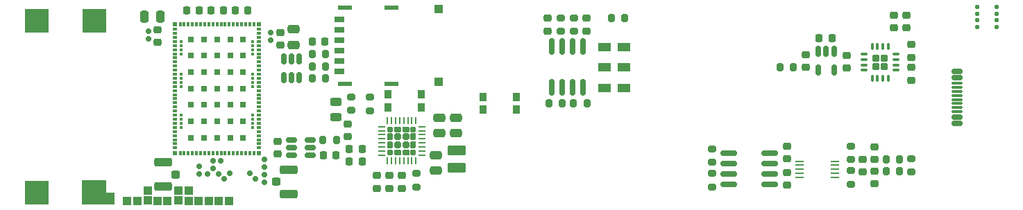
<source format=gbr>
%TF.GenerationSoftware,KiCad,Pcbnew,8.0.3*%
%TF.CreationDate,2025-03-20T13:05:17+01:00*%
%TF.ProjectId,Methanesense,4d657468-616e-4657-9365-6e73652e6b69,v2.0.0*%
%TF.SameCoordinates,Original*%
%TF.FileFunction,Paste,Top*%
%TF.FilePolarity,Positive*%
%FSLAX46Y46*%
G04 Gerber Fmt 4.6, Leading zero omitted, Abs format (unit mm)*
G04 Created by KiCad (PCBNEW 8.0.3) date 2025-03-20 13:05:17*
%MOMM*%
%LPD*%
G01*
G04 APERTURE LIST*
G04 Aperture macros list*
%AMRoundRect*
0 Rectangle with rounded corners*
0 $1 Rounding radius*
0 $2 $3 $4 $5 $6 $7 $8 $9 X,Y pos of 4 corners*
0 Add a 4 corners polygon primitive as box body*
4,1,4,$2,$3,$4,$5,$6,$7,$8,$9,$2,$3,0*
0 Add four circle primitives for the rounded corners*
1,1,$1+$1,$2,$3*
1,1,$1+$1,$4,$5*
1,1,$1+$1,$6,$7*
1,1,$1+$1,$8,$9*
0 Add four rect primitives between the rounded corners*
20,1,$1+$1,$2,$3,$4,$5,0*
20,1,$1+$1,$4,$5,$6,$7,0*
20,1,$1+$1,$6,$7,$8,$9,0*
20,1,$1+$1,$8,$9,$2,$3,0*%
%AMFreePoly0*
4,1,19,0.290204,0.301344,0.321117,0.247801,0.322490,0.232106,0.322490,-0.157228,0.301344,-0.215326,0.296017,-0.221139,0.221139,-0.296017,0.165105,-0.322146,0.157228,-0.322490,-0.232106,-0.322490,-0.290204,-0.301344,-0.321117,-0.247801,-0.322490,-0.232106,-0.322490,0.232106,-0.301344,0.290204,-0.247801,0.321117,-0.232106,0.322490,0.232106,0.322490,0.290204,0.301344,0.290204,0.301344,
$1*%
%AMFreePoly1*
4,1,21,0.231572,0.385173,0.236504,0.380653,0.300030,0.317127,0.322198,0.269587,0.322490,0.262904,0.322490,-0.262904,0.304550,-0.312195,0.300030,-0.317127,0.236504,-0.380653,0.188964,-0.402821,0.182281,-0.403113,-0.245807,-0.403113,-0.295098,-0.385173,-0.321325,-0.339746,-0.322490,-0.326430,-0.322490,0.326430,-0.304550,0.375721,-0.259123,0.401948,-0.245807,0.403113,0.182281,0.403113,
0.231572,0.385173,0.231572,0.385173,$1*%
%AMFreePoly2*
4,1,19,0.215326,0.301344,0.221139,0.296017,0.296017,0.221139,0.322146,0.165105,0.322490,0.157228,0.322490,-0.232106,0.301344,-0.290204,0.247801,-0.321117,0.232106,-0.322490,-0.232106,-0.322490,-0.290204,-0.301344,-0.321117,-0.247801,-0.322490,-0.232106,-0.322490,0.232106,-0.301344,0.290204,-0.247801,0.321117,-0.232106,0.322490,0.157228,0.322490,0.215326,0.301344,0.215326,0.301344,
$1*%
%AMFreePoly3*
4,1,21,0.375721,0.304550,0.401948,0.259123,0.403113,0.245807,0.403113,-0.182281,0.385173,-0.231572,0.380653,-0.236504,0.317127,-0.300030,0.269587,-0.322198,0.262904,-0.322490,-0.262904,-0.322490,-0.312195,-0.304550,-0.317127,-0.300030,-0.380653,-0.236504,-0.402821,-0.188964,-0.403113,-0.182281,-0.403113,0.245807,-0.385173,0.295098,-0.339746,0.321325,-0.326430,0.322490,0.326430,0.322490,
0.375721,0.304550,0.375721,0.304550,$1*%
%AMFreePoly4*
4,1,21,0.312195,0.304550,0.317127,0.300030,0.380653,0.236504,0.402821,0.188964,0.403113,0.182281,0.403113,-0.245807,0.385173,-0.295098,0.339746,-0.321325,0.326430,-0.322490,-0.326430,-0.322490,-0.375721,-0.304550,-0.401948,-0.259123,-0.403113,-0.245807,-0.403113,0.182281,-0.385173,0.231572,-0.380653,0.236504,-0.317127,0.300030,-0.269587,0.322198,-0.262904,0.322490,0.262904,0.322490,
0.312195,0.304550,0.312195,0.304550,$1*%
%AMFreePoly5*
4,1,19,0.290204,0.301344,0.321117,0.247801,0.322490,0.232106,0.322490,-0.232106,0.301344,-0.290204,0.247801,-0.321117,0.232106,-0.322490,-0.157228,-0.322490,-0.215326,-0.301344,-0.221139,-0.296017,-0.296017,-0.221139,-0.322146,-0.165105,-0.322490,-0.157228,-0.322490,0.232106,-0.301344,0.290204,-0.247801,0.321117,-0.232106,0.322490,0.232106,0.322490,0.290204,0.301344,0.290204,0.301344,
$1*%
%AMFreePoly6*
4,1,21,0.295098,0.385173,0.321325,0.339746,0.322490,0.326430,0.322490,-0.326430,0.304550,-0.375721,0.259123,-0.401948,0.245807,-0.403113,-0.182281,-0.403113,-0.231572,-0.385173,-0.236504,-0.380653,-0.300030,-0.317127,-0.322198,-0.269587,-0.322490,-0.262904,-0.322490,0.262904,-0.304550,0.312195,-0.300030,0.317127,-0.236504,0.380653,-0.188964,0.402821,-0.182281,0.403113,0.245807,0.403113,
0.295098,0.385173,0.295098,0.385173,$1*%
%AMFreePoly7*
4,1,19,0.290204,0.301344,0.321117,0.247801,0.322490,0.232106,0.322490,-0.232106,0.301344,-0.290204,0.247801,-0.321117,0.232106,-0.322490,-0.232106,-0.322490,-0.290204,-0.301344,-0.321117,-0.247801,-0.322490,-0.232106,-0.322490,0.157228,-0.301344,0.215326,-0.296017,0.221139,-0.221139,0.296017,-0.165105,0.322146,-0.157228,0.322490,0.232106,0.322490,0.290204,0.301344,0.290204,0.301344,
$1*%
G04 Aperture macros list end*
%ADD10C,0.000000*%
%ADD11RoundRect,0.200000X-0.200000X-0.275000X0.200000X-0.275000X0.200000X0.275000X-0.200000X0.275000X0*%
%ADD12RoundRect,0.155000X-0.219203X0.000000X0.000000X-0.219203X0.219203X0.000000X0.000000X0.219203X0*%
%ADD13RoundRect,0.200000X0.200000X0.275000X-0.200000X0.275000X-0.200000X-0.275000X0.200000X-0.275000X0*%
%ADD14RoundRect,0.150000X-0.825000X-0.150000X0.825000X-0.150000X0.825000X0.150000X-0.825000X0.150000X0*%
%ADD15RoundRect,0.225000X-0.250000X0.225000X-0.250000X-0.225000X0.250000X-0.225000X0.250000X0.225000X0*%
%ADD16RoundRect,0.125000X0.137500X-0.125000X0.137500X0.125000X-0.137500X0.125000X-0.137500X-0.125000X0*%
%ADD17RoundRect,0.225000X-0.225000X-0.250000X0.225000X-0.250000X0.225000X0.250000X-0.225000X0.250000X0*%
%ADD18RoundRect,0.225000X0.225000X0.250000X-0.225000X0.250000X-0.225000X-0.250000X0.225000X-0.250000X0*%
%ADD19R,1.600000X1.000000*%
%ADD20RoundRect,0.200000X0.275000X-0.200000X0.275000X0.200000X-0.275000X0.200000X-0.275000X-0.200000X0*%
%ADD21R,3.000000X3.000000*%
%ADD22R,2.950000X3.000000*%
%ADD23RoundRect,0.250000X0.250000X0.475000X-0.250000X0.475000X-0.250000X-0.475000X0.250000X-0.475000X0*%
%ADD24RoundRect,0.218750X-0.256250X0.218750X-0.256250X-0.218750X0.256250X-0.218750X0.256250X0.218750X0*%
%ADD25RoundRect,0.250000X-0.475000X0.250000X-0.475000X-0.250000X0.475000X-0.250000X0.475000X0.250000X0*%
%ADD26R,0.900000X1.000000*%
%ADD27RoundRect,0.200000X-0.275000X0.200000X-0.275000X-0.200000X0.275000X-0.200000X0.275000X0.200000X0*%
%ADD28RoundRect,0.250000X0.475000X-0.250000X0.475000X0.250000X-0.475000X0.250000X-0.475000X-0.250000X0*%
%ADD29RoundRect,0.250000X-0.275000X-0.250000X0.275000X-0.250000X0.275000X0.250000X-0.275000X0.250000X0*%
%ADD30RoundRect,0.250000X-0.850000X-0.275000X0.850000X-0.275000X0.850000X0.275000X-0.850000X0.275000X0*%
%ADD31RoundRect,0.212500X0.212500X-0.212500X0.212500X0.212500X-0.212500X0.212500X-0.212500X-0.212500X0*%
%ADD32RoundRect,0.075000X0.075000X-0.350000X0.075000X0.350000X-0.075000X0.350000X-0.075000X-0.350000X0*%
%ADD33RoundRect,0.075000X0.350000X-0.075000X0.350000X0.075000X-0.350000X0.075000X-0.350000X-0.075000X0*%
%ADD34RoundRect,0.155000X-0.155000X0.155000X-0.155000X-0.155000X0.155000X-0.155000X0.155000X0.155000X0*%
%ADD35RoundRect,0.225000X0.250000X-0.225000X0.250000X0.225000X-0.250000X0.225000X-0.250000X-0.225000X0*%
%ADD36RoundRect,0.150000X-0.150000X0.512500X-0.150000X-0.512500X0.150000X-0.512500X0.150000X0.512500X0*%
%ADD37RoundRect,0.150000X0.150000X-0.825000X0.150000X0.825000X-0.150000X0.825000X-0.150000X-0.825000X0*%
%ADD38RoundRect,0.243750X0.456250X-0.243750X0.456250X0.243750X-0.456250X0.243750X-0.456250X-0.243750X0*%
%ADD39R,1.000000X1.000000*%
%ADD40R,1.100000X0.250000*%
%ADD41R,1.300000X0.650000*%
%ADD42R,1.030000X1.000000*%
%ADD43R,1.800000X0.480000*%
%ADD44R,0.540000X0.540000*%
%ADD45R,0.300000X0.540000*%
%ADD46R,0.540000X0.300000*%
%ADD47R,0.800000X0.800000*%
%ADD48R,0.300000X0.300000*%
%ADD49RoundRect,0.218750X0.256250X-0.218750X0.256250X0.218750X-0.256250X0.218750X-0.256250X-0.218750X0*%
%ADD50RoundRect,0.150000X0.512500X0.150000X-0.512500X0.150000X-0.512500X-0.150000X0.512500X-0.150000X0*%
%ADD51RoundRect,0.250000X0.850000X0.275000X-0.850000X0.275000X-0.850000X-0.275000X0.850000X-0.275000X0*%
%ADD52RoundRect,0.250000X0.275000X0.250000X-0.275000X0.250000X-0.275000X-0.250000X0.275000X-0.250000X0*%
%ADD53RoundRect,0.155000X0.000000X0.219203X-0.219203X0.000000X0.000000X-0.219203X0.219203X0.000000X0*%
%ADD54RoundRect,0.155000X-0.155000X-0.155000X0.155000X-0.155000X0.155000X0.155000X-0.155000X0.155000X0*%
%ADD55RoundRect,0.155000X0.000000X-0.219203X0.219203X0.000000X0.000000X0.219203X-0.219203X0.000000X0*%
%ADD56FreePoly0,180.000000*%
%ADD57FreePoly1,180.000000*%
%ADD58FreePoly2,180.000000*%
%ADD59FreePoly3,180.000000*%
%ADD60RoundRect,0.201557X0.201556X0.201556X-0.201556X0.201556X-0.201556X-0.201556X0.201556X-0.201556X0*%
%ADD61FreePoly4,180.000000*%
%ADD62FreePoly5,180.000000*%
%ADD63FreePoly6,180.000000*%
%ADD64FreePoly7,180.000000*%
%ADD65RoundRect,0.062500X0.337500X0.062500X-0.337500X0.062500X-0.337500X-0.062500X0.337500X-0.062500X0*%
%ADD66RoundRect,0.062500X0.062500X0.337500X-0.062500X0.337500X-0.062500X-0.337500X0.062500X-0.337500X0*%
%ADD67RoundRect,0.150000X0.500000X-0.150000X0.500000X0.150000X-0.500000X0.150000X-0.500000X-0.150000X0*%
%ADD68RoundRect,0.075000X0.575000X-0.075000X0.575000X0.075000X-0.575000X0.075000X-0.575000X-0.075000X0*%
%ADD69RoundRect,0.155000X0.155000X-0.155000X0.155000X0.155000X-0.155000X0.155000X-0.155000X-0.155000X0*%
%ADD70RoundRect,0.250000X0.850000X-0.375000X0.850000X0.375000X-0.850000X0.375000X-0.850000X-0.375000X0*%
%ADD71RoundRect,0.150000X0.150000X-0.512500X0.150000X0.512500X-0.150000X0.512500X-0.150000X-0.512500X0*%
G04 APERTURE END LIST*
D10*
%TO.C,AE1*%
G36*
X40993262Y-73501014D02*
G01*
X41993262Y-73501014D01*
X41993262Y-75001014D01*
X37993262Y-75001014D01*
X37993262Y-72001014D01*
X40993262Y-72001014D01*
X40993262Y-73501014D01*
G37*
%TD*%
D11*
%TO.C,R24*%
X97980000Y-62575000D03*
X99630000Y-62575000D03*
%TD*%
D12*
%TO.C,C30*%
X58460589Y-71160589D03*
X59139411Y-71839411D03*
%TD*%
D13*
%TO.C,R19*%
X67740057Y-58078948D03*
X66090057Y-58078948D03*
%TD*%
%TO.C,R26*%
X104250000Y-52200000D03*
X102600000Y-52200000D03*
%TD*%
D14*
%TO.C,Q1*%
X116925000Y-68695000D03*
X116925000Y-69965000D03*
X116925000Y-71235000D03*
X116925000Y-72505000D03*
X121875000Y-72505000D03*
X121875000Y-71235000D03*
X121875000Y-69965000D03*
X121875000Y-68695000D03*
%TD*%
D15*
%TO.C,C34*%
X62250000Y-53975000D03*
X62250000Y-55525000D03*
%TD*%
D16*
%TO.C,U6*%
X147212500Y-53249460D03*
X147212500Y-52449460D03*
X147212500Y-51649460D03*
X147212500Y-50849460D03*
X149587500Y-50849460D03*
X149587500Y-51649460D03*
X149587500Y-52449460D03*
X149587500Y-53249460D03*
%TD*%
D17*
%TO.C,C23*%
X56725000Y-51300000D03*
X58275000Y-51300000D03*
%TD*%
D15*
%TO.C,C38*%
X138600000Y-51825000D03*
X138600000Y-53375000D03*
%TD*%
D18*
%TO.C,C8*%
X129517508Y-54616010D03*
X127967508Y-54616010D03*
%TD*%
D19*
%TO.C,SW4*%
X104171407Y-55705683D03*
X104171407Y-58205683D03*
X104171407Y-60705683D03*
X101771407Y-55705683D03*
X101771407Y-58205683D03*
X101771407Y-60705683D03*
%TD*%
D12*
%TO.C,C27*%
X54000000Y-70541531D03*
X54678822Y-71220353D03*
%TD*%
D20*
%TO.C,R8*%
X131853848Y-69502889D03*
X131853848Y-67852889D03*
%TD*%
D13*
%TO.C,R18*%
X67750781Y-56566905D03*
X66100781Y-56566905D03*
%TD*%
D21*
%TO.C,AE1*%
X32493262Y-73501014D03*
X32493262Y-52501014D03*
D22*
X39518262Y-52501014D03*
%TD*%
D15*
%TO.C,C3*%
X139200000Y-55425000D03*
X139200000Y-56975000D03*
%TD*%
D23*
%TO.C,C21*%
X47550000Y-52000000D03*
X45650000Y-52000000D03*
%TD*%
D24*
%TO.C,D10*%
X75515686Y-71412500D03*
X75515686Y-72987500D03*
%TD*%
%TO.C,D9*%
X74015686Y-71412500D03*
X74015686Y-72987500D03*
%TD*%
D20*
%TO.C,R9*%
X139200000Y-71000000D03*
X139200000Y-69350000D03*
%TD*%
D24*
%TO.C,D11*%
X77015686Y-71412500D03*
X77015686Y-72987500D03*
%TD*%
D25*
%TO.C,C22*%
X63839870Y-53550000D03*
X63839870Y-55450000D03*
%TD*%
D26*
%TO.C,SW1*%
X86950000Y-61800000D03*
X91050000Y-61800000D03*
X86950000Y-63400000D03*
X91050000Y-63400000D03*
%TD*%
D18*
%TO.C,C16*%
X72175000Y-68200000D03*
X70625000Y-68200000D03*
%TD*%
D27*
%TO.C,R22*%
X98000000Y-52175000D03*
X98000000Y-53825000D03*
%TD*%
D28*
%TO.C,C12*%
X81650883Y-66250000D03*
X81650883Y-64350000D03*
%TD*%
D29*
%TO.C,J4*%
X61750000Y-72200000D03*
D30*
X63275000Y-70725000D03*
X63275000Y-73675000D03*
%TD*%
D31*
%TO.C,U7*%
X134875000Y-58125000D03*
X135925000Y-58125000D03*
X134875000Y-57075000D03*
X135925000Y-57075000D03*
D32*
X134425000Y-59550000D03*
X135075000Y-59550000D03*
X135725000Y-59550000D03*
X136375000Y-59550000D03*
D33*
X137350000Y-58575000D03*
X137350000Y-57925000D03*
X137350000Y-57275000D03*
X137350000Y-56625000D03*
D32*
X136375000Y-55650000D03*
X135725000Y-55650000D03*
X135075000Y-55650000D03*
X134425000Y-55650000D03*
D33*
X133450000Y-56625000D03*
X133450000Y-57275000D03*
X133450000Y-57925000D03*
X133450000Y-58575000D03*
%TD*%
D20*
%TO.C,R7*%
X131853848Y-72502889D03*
X131853848Y-70852889D03*
%TD*%
D34*
%TO.C,C35*%
X61026703Y-53926959D03*
X61026703Y-54886959D03*
%TD*%
D35*
%TO.C,C17*%
X133269945Y-70976036D03*
X133269945Y-69426036D03*
%TD*%
D15*
%TO.C,C20*%
X124000000Y-71050000D03*
X124000000Y-72600000D03*
%TD*%
D36*
%TO.C,U4*%
X129750000Y-56262500D03*
X128800000Y-56262500D03*
X127850000Y-56262500D03*
X127850000Y-58537500D03*
X129750000Y-58537500D03*
%TD*%
D35*
%TO.C,C13*%
X134738938Y-72430498D03*
X134738938Y-70880498D03*
%TD*%
D27*
%TO.C,R10*%
X114925000Y-71175000D03*
X114925000Y-72825000D03*
%TD*%
D37*
%TO.C,Q2*%
X95295000Y-60650000D03*
X96565000Y-60650000D03*
X97835000Y-60650000D03*
X99105000Y-60650000D03*
X99105000Y-55700000D03*
X97835000Y-55700000D03*
X96565000Y-55700000D03*
X95295000Y-55700000D03*
%TD*%
D38*
%TO.C,F1*%
X69000000Y-64337500D03*
X69000000Y-62462500D03*
%TD*%
D35*
%TO.C,C7*%
X131340000Y-58315000D03*
X131340000Y-56765000D03*
%TD*%
D39*
%TO.C,C2*%
X51015416Y-74529771D03*
X51015416Y-73279771D03*
%TD*%
D40*
%TO.C,U2*%
X129888938Y-71680498D03*
X129888938Y-71180498D03*
X129888938Y-70680498D03*
X129888938Y-70180498D03*
X129888938Y-69680498D03*
X125588938Y-69680498D03*
X125588938Y-70180498D03*
X125588938Y-70680498D03*
X125588938Y-71180498D03*
X125588938Y-71680498D03*
%TD*%
D17*
%TO.C,C28*%
X67463557Y-68959686D03*
X69013557Y-68959686D03*
%TD*%
D41*
%TO.C,J3*%
X69395000Y-53630000D03*
X69395000Y-56170000D03*
X69395000Y-57440000D03*
X69395000Y-52360000D03*
X69395000Y-54900000D03*
X69395000Y-58710000D03*
D42*
X81535000Y-51075000D03*
D43*
X75815000Y-50880000D03*
X70065000Y-50880000D03*
X70065000Y-60210000D03*
X75815000Y-60210000D03*
D42*
X81535000Y-60005000D03*
%TD*%
D11*
%TO.C,R2*%
X136113938Y-70880498D03*
X137763938Y-70880498D03*
%TD*%
D39*
%TO.C,L5*%
X46013705Y-74495771D03*
X46013705Y-73245771D03*
%TD*%
D13*
%TO.C,R20*%
X67750000Y-59555000D03*
X66100000Y-59555000D03*
%TD*%
D35*
%TO.C,C19*%
X124000000Y-69375000D03*
X124000000Y-67825000D03*
%TD*%
D44*
%TO.C,U5*%
X59615000Y-52930000D03*
D45*
X58995000Y-52930000D03*
X58495000Y-52930000D03*
X57995000Y-52930000D03*
X57495000Y-52930000D03*
X56995000Y-52930000D03*
X56495000Y-52930000D03*
X55995000Y-52930000D03*
X55495000Y-52930000D03*
X54995000Y-52930000D03*
X54495000Y-52930000D03*
X53995000Y-52930000D03*
X53495000Y-52930000D03*
X52995000Y-52930000D03*
X52495000Y-52930000D03*
X51995000Y-52930000D03*
X51495000Y-52930000D03*
X50995000Y-52930000D03*
X50495000Y-52930000D03*
X49995000Y-52930000D03*
D44*
X49375000Y-52930000D03*
D46*
X49375000Y-53550000D03*
X49375000Y-54050000D03*
X49375000Y-54550000D03*
X49375000Y-55050000D03*
X49375000Y-55550000D03*
X49375000Y-56050000D03*
X49375000Y-56550000D03*
X49375000Y-57050000D03*
X49375000Y-57550000D03*
X49375000Y-58050000D03*
X49375000Y-58550000D03*
X49375000Y-59050000D03*
X49375000Y-59550000D03*
X49375000Y-60050000D03*
X49375000Y-60550000D03*
X49375000Y-61050000D03*
X49375000Y-61550000D03*
X49375000Y-62050000D03*
X49375000Y-62550000D03*
X49375000Y-63050000D03*
X49375000Y-63550000D03*
X49375000Y-64050000D03*
X49375000Y-64550000D03*
X49375000Y-65050000D03*
X49375000Y-65550000D03*
X49375000Y-66050000D03*
X49375000Y-66550000D03*
X49375000Y-67050000D03*
X49375000Y-67550000D03*
X49375000Y-68050000D03*
D44*
X49375000Y-68670000D03*
D45*
X49995000Y-68670000D03*
X50495000Y-68670000D03*
X50995000Y-68670000D03*
X51495000Y-68670000D03*
X51995000Y-68670000D03*
X52495000Y-68670000D03*
X52995000Y-68670000D03*
X53495000Y-68670000D03*
X53995000Y-68670000D03*
X54495000Y-68670000D03*
X54995000Y-68670000D03*
X55495000Y-68670000D03*
X55995000Y-68670000D03*
X56495000Y-68670000D03*
X56995000Y-68670000D03*
X57495000Y-68670000D03*
X57995000Y-68670000D03*
X58495000Y-68670000D03*
X58995000Y-68670000D03*
D44*
X59615000Y-68670000D03*
D46*
X59615000Y-68050000D03*
X59615000Y-67550000D03*
X59615000Y-67050000D03*
X59615000Y-66550000D03*
X59615000Y-66050000D03*
X59615000Y-65550000D03*
X59615000Y-65050000D03*
X59615000Y-64550000D03*
X59615000Y-64050000D03*
X59615000Y-63550000D03*
X59615000Y-63050000D03*
X59615000Y-62550000D03*
X59615000Y-62050000D03*
X59615000Y-61550000D03*
X59615000Y-61050000D03*
X59615000Y-60550000D03*
X59615000Y-60050000D03*
X59615000Y-59550000D03*
X59615000Y-59050000D03*
X59615000Y-58550000D03*
X59615000Y-58050000D03*
X59615000Y-57550000D03*
X59615000Y-57050000D03*
X59615000Y-56550000D03*
X59615000Y-56050000D03*
X59615000Y-55550000D03*
X59615000Y-55050000D03*
X59615000Y-54550000D03*
X59615000Y-54050000D03*
X59615000Y-53550000D03*
D47*
X57695000Y-54800000D03*
X56095000Y-54800000D03*
X54495000Y-54800000D03*
X52895000Y-54800000D03*
X51295000Y-54800000D03*
X57695000Y-56800000D03*
X56095000Y-56800000D03*
X54495000Y-56800000D03*
X52895000Y-56800000D03*
X51295000Y-56800000D03*
X57695000Y-58800000D03*
X56095000Y-58800000D03*
X54495000Y-58800000D03*
X52895000Y-58800000D03*
X51295000Y-58800000D03*
X57695000Y-60800000D03*
X56095000Y-60800000D03*
X54495000Y-60800000D03*
X52895000Y-60800000D03*
X51295000Y-60800000D03*
X57695000Y-62800000D03*
X56095000Y-62800000D03*
X54495000Y-62800000D03*
X52895000Y-62800000D03*
X51295000Y-62800000D03*
X57695000Y-64800000D03*
X56095000Y-64800000D03*
X54495000Y-64800000D03*
X52895000Y-64800000D03*
X51295000Y-64800000D03*
X57695000Y-66800000D03*
X56095000Y-66800000D03*
X54495000Y-66800000D03*
X52895000Y-66800000D03*
X51295000Y-66800000D03*
D48*
X50145000Y-55050000D03*
X50145000Y-55550000D03*
X50145000Y-56050000D03*
X50145000Y-56550000D03*
X50145000Y-59050000D03*
X50145000Y-59550000D03*
X50145000Y-60050000D03*
X50145000Y-60550000D03*
X50145000Y-64050000D03*
X50145000Y-64550000D03*
X50145000Y-65050000D03*
X50145000Y-65550000D03*
X58845000Y-65550000D03*
X58845000Y-65050000D03*
X58845000Y-64550000D03*
X58845000Y-64050000D03*
X58845000Y-60550000D03*
X58845000Y-60050000D03*
X58845000Y-59550000D03*
X58845000Y-59050000D03*
X58845000Y-56550000D03*
X58845000Y-56050000D03*
X58845000Y-55550000D03*
X58845000Y-55050000D03*
%TD*%
D49*
%TO.C,D6*%
X99600000Y-53787500D03*
X99600000Y-52212500D03*
%TD*%
D39*
%TO.C,L1*%
X53518881Y-74499594D03*
X52268881Y-74499594D03*
%TD*%
D28*
%TO.C,C10*%
X81215686Y-70850000D03*
X81215686Y-68950000D03*
%TD*%
D50*
%TO.C,U9*%
X65837500Y-68949999D03*
X65837500Y-68000000D03*
X65837500Y-67050001D03*
X63562500Y-67050001D03*
X63562500Y-68000000D03*
X63562500Y-68949999D03*
%TD*%
D51*
%TO.C,J2*%
X47918004Y-69808999D03*
X47918004Y-72758999D03*
D52*
X49443004Y-71283999D03*
%TD*%
D13*
%TO.C,R17*%
X69050000Y-67085000D03*
X67400000Y-67085000D03*
%TD*%
D20*
%TO.C,R4*%
X78800000Y-72825000D03*
X78800000Y-71175000D03*
%TD*%
D18*
%TO.C,C25*%
X52316493Y-51247757D03*
X50766493Y-51247757D03*
%TD*%
D15*
%TO.C,C14*%
X134738938Y-67930498D03*
X134738938Y-69480498D03*
%TD*%
%TO.C,C39*%
X137085527Y-51825000D03*
X137085527Y-53375000D03*
%TD*%
D35*
%TO.C,C24*%
X61900000Y-68775000D03*
X61900000Y-67225000D03*
%TD*%
D53*
%TO.C,C5*%
X54000000Y-70540666D03*
X53321178Y-71219488D03*
%TD*%
D18*
%TO.C,C31*%
X67675000Y-55100000D03*
X66125000Y-55100000D03*
%TD*%
D27*
%TO.C,TH1*%
X70897162Y-61817763D03*
X70897162Y-63467763D03*
%TD*%
D34*
%TO.C,C33*%
X46099560Y-53786190D03*
X46099560Y-54746190D03*
%TD*%
D11*
%TO.C,R5*%
X123175000Y-58200000D03*
X124825000Y-58200000D03*
%TD*%
D26*
%TO.C,SW3*%
X79450000Y-63095085D03*
X75350000Y-63095085D03*
X79450000Y-61495085D03*
X75350000Y-61495085D03*
%TD*%
D54*
%TO.C,C26*%
X54004468Y-69658168D03*
X54964468Y-69658168D03*
%TD*%
D20*
%TO.C,R1*%
X73154378Y-63525000D03*
X73154378Y-61875000D03*
%TD*%
D28*
%TO.C,C37*%
X83615686Y-66250000D03*
X83615686Y-64350000D03*
%TD*%
D55*
%TO.C,L2*%
X55357566Y-71845578D03*
X56036388Y-71166756D03*
%TD*%
D39*
%TO.C,L4*%
X49757182Y-74495771D03*
X49757182Y-73245771D03*
%TD*%
D56*
%TO.C,U3*%
X78415686Y-68600000D03*
D57*
X78415686Y-67700000D03*
X78415686Y-66700000D03*
D58*
X78415686Y-65800000D03*
D59*
X77515686Y-68600000D03*
D60*
X77515686Y-67700000D03*
X77515686Y-66700000D03*
D61*
X77515686Y-65800000D03*
D59*
X76515686Y-68600000D03*
D60*
X76515686Y-67700000D03*
X76515686Y-66700000D03*
D61*
X76515686Y-65800000D03*
D62*
X75615686Y-68600000D03*
D63*
X75615686Y-67700000D03*
X75615686Y-66700000D03*
D64*
X75615686Y-65800000D03*
D65*
X79465686Y-68950000D03*
X79465686Y-68450000D03*
X79465686Y-67950000D03*
X79465686Y-67450000D03*
X79465686Y-66950000D03*
X79465686Y-66450000D03*
X79465686Y-65950000D03*
X79465686Y-65450000D03*
D66*
X78765686Y-64750000D03*
X78265686Y-64750000D03*
X77765686Y-64750000D03*
X77265686Y-64750000D03*
X76765686Y-64750000D03*
X76265686Y-64750000D03*
X75765686Y-64750000D03*
X75265686Y-64750000D03*
D65*
X74565686Y-65450000D03*
X74565686Y-65950000D03*
X74565686Y-66450000D03*
X74565686Y-66950000D03*
X74565686Y-67450000D03*
X74565686Y-67950000D03*
X74565686Y-68450000D03*
X74565686Y-68950000D03*
D66*
X75265686Y-69650000D03*
X75765686Y-69650000D03*
X76265686Y-69650000D03*
X76765686Y-69650000D03*
X77265686Y-69650000D03*
X77765686Y-69650000D03*
X78265686Y-69650000D03*
X78765686Y-69650000D03*
%TD*%
D67*
%TO.C,J1*%
X144755000Y-65090000D03*
X144755000Y-64290000D03*
D68*
X144755000Y-63140000D03*
X144755000Y-62140000D03*
X144755000Y-61640000D03*
X144755000Y-60640000D03*
D67*
X144755000Y-59490000D03*
X144755000Y-58690000D03*
X144755000Y-58690000D03*
X144755000Y-59490000D03*
D68*
X144755000Y-60140000D03*
X144755000Y-61140000D03*
X144755000Y-62640000D03*
X144755000Y-63640000D03*
D67*
X144755000Y-64290000D03*
X144755000Y-65090000D03*
%TD*%
D15*
%TO.C,C32*%
X47250000Y-53625000D03*
X47250000Y-55175000D03*
%TD*%
D39*
%TO.C,C1*%
X55952801Y-74499594D03*
X54702801Y-74499594D03*
%TD*%
D11*
%TO.C,R25*%
X94980000Y-62575000D03*
X96630000Y-62575000D03*
%TD*%
%TO.C,R3*%
X136113938Y-69480498D03*
X137763938Y-69480498D03*
%TD*%
D39*
%TO.C,C4*%
X48465600Y-74499594D03*
X47215600Y-74499594D03*
%TD*%
%TO.C,L6*%
X44768371Y-74499594D03*
X43518371Y-74499594D03*
%TD*%
D69*
%TO.C,L8*%
X60300000Y-72280000D03*
X60300000Y-71320000D03*
%TD*%
D15*
%TO.C,C15*%
X70400000Y-65125000D03*
X70400000Y-66675000D03*
%TD*%
D35*
%TO.C,C9*%
X126352473Y-58222946D03*
X126352473Y-56672946D03*
%TD*%
D69*
%TO.C,C29*%
X60300000Y-70380000D03*
X60300000Y-69420000D03*
%TD*%
D49*
%TO.C,D5*%
X94800000Y-53787500D03*
X94800000Y-52212500D03*
%TD*%
D27*
%TO.C,R11*%
X114925000Y-68175000D03*
X114925000Y-69825000D03*
%TD*%
D35*
%TO.C,C6*%
X139200000Y-59775000D03*
X139200000Y-58225000D03*
%TD*%
D70*
%TO.C,L3*%
X83715686Y-70475000D03*
X83715686Y-68325000D03*
%TD*%
D18*
%TO.C,C11*%
X72175000Y-69700000D03*
X70625000Y-69700000D03*
%TD*%
D71*
%TO.C,U8*%
X62650000Y-59437500D03*
X63600000Y-59437500D03*
X64550000Y-59437500D03*
X64550000Y-57162500D03*
X63600000Y-57162500D03*
X62650000Y-57162500D03*
%TD*%
D69*
%TO.C,L7*%
X52341297Y-71274359D03*
X52341297Y-70314359D03*
%TD*%
D18*
%TO.C,C36*%
X55275000Y-51250000D03*
X53725000Y-51250000D03*
%TD*%
D20*
%TO.C,R23*%
X96400000Y-53825000D03*
X96400000Y-52175000D03*
%TD*%
M02*

</source>
